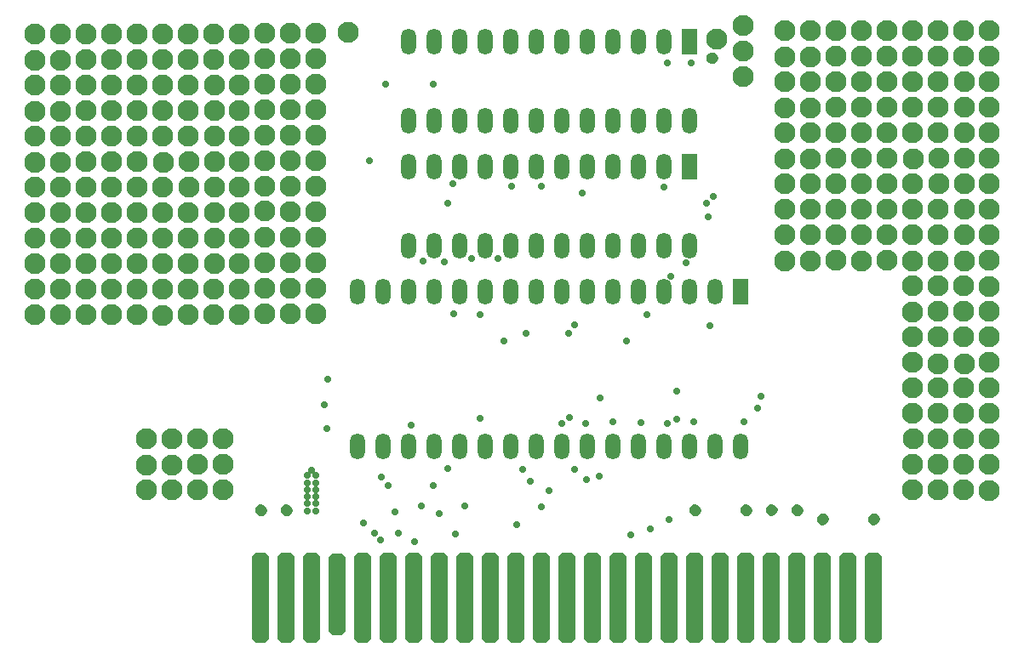
<source format=gts>
G04*
G04 #@! TF.GenerationSoftware,Altium Limited,Altium Designer,19.0.7 (175)*
G04*
G04 Layer_Color=8388736*
%FSLAX25Y25*%
%MOIN*%
G70*
G01*
G75*
%ADD12C,0.02362*%
%ADD13R,0.00787X0.00787*%
%ADD14R,0.00787X0.00787*%
G04:AMPARAMS|DCode=15|XSize=69.94mil|YSize=318.94mil|CornerRadius=0mil|HoleSize=0mil|Usage=FLASHONLY|Rotation=0.000|XOffset=0mil|YOffset=0mil|HoleType=Round|Shape=Octagon|*
%AMOCTAGOND15*
4,1,8,-0.01748,0.15947,0.01748,0.15947,0.03497,0.14198,0.03497,-0.14198,0.01748,-0.15947,-0.01748,-0.15947,-0.03497,-0.14198,-0.03497,0.14198,-0.01748,0.15947,0.0*
%
%ADD15OCTAGOND15*%

G04:AMPARAMS|DCode=16|XSize=69.94mil|YSize=353.94mil|CornerRadius=0mil|HoleSize=0mil|Usage=FLASHONLY|Rotation=0.000|XOffset=0mil|YOffset=0mil|HoleType=Round|Shape=Octagon|*
%AMOCTAGOND16*
4,1,8,-0.01748,0.17697,0.01748,0.17697,0.03497,0.15948,0.03497,-0.15948,0.01748,-0.17697,-0.01748,-0.17697,-0.03497,-0.15948,-0.03497,0.15948,-0.01748,0.17697,0.0*
%
%ADD16OCTAGOND16*%

%ADD17C,0.08268*%
%ADD18R,0.05906X0.10236*%
%ADD19O,0.05906X0.10236*%
%ADD20C,0.02756*%
D12*
X273481Y-19291D02*
X273037Y-18368D01*
X272037Y-18140D01*
X271236Y-18779D01*
Y-19804D01*
X272037Y-20443D01*
X273037Y-20215D01*
X273481Y-19291D01*
X106850Y-196555D02*
X106406Y-195632D01*
X105406Y-195404D01*
X104605Y-196043D01*
Y-197068D01*
X105406Y-197707D01*
X106406Y-197478D01*
X106850Y-196555D01*
X96850D02*
X96406Y-195632D01*
X95407Y-195404D01*
X94605Y-196043D01*
Y-197068D01*
X95407Y-197707D01*
X96406Y-197478D01*
X96850Y-196555D01*
X266850D02*
X266406Y-195632D01*
X265406Y-195404D01*
X264605Y-196043D01*
Y-197068D01*
X265406Y-197707D01*
X266406Y-197478D01*
X266850Y-196555D01*
X336850Y-200000D02*
X336406Y-199077D01*
X335406Y-198848D01*
X334605Y-199487D01*
Y-200513D01*
X335406Y-201151D01*
X336406Y-200923D01*
X336850Y-200000D01*
X306850Y-196555D02*
X306406Y-195632D01*
X305406Y-195404D01*
X304605Y-196043D01*
Y-197068D01*
X305406Y-197707D01*
X306406Y-197478D01*
X306850Y-196555D01*
X286850D02*
X286406Y-195632D01*
X285406Y-195404D01*
X284605Y-196043D01*
Y-197068D01*
X285406Y-197707D01*
X286406Y-197478D01*
X286850Y-196555D01*
X296850Y-196457D02*
X296406Y-195533D01*
X295407Y-195305D01*
X294605Y-195944D01*
Y-196969D01*
X295407Y-197608D01*
X296406Y-197380D01*
X296850Y-196457D01*
X316850Y-200000D02*
X316406Y-199077D01*
X315406Y-198848D01*
X314605Y-199487D01*
Y-200513D01*
X315406Y-201151D01*
X316406Y-200923D01*
X316850Y-200000D01*
D13*
X273777Y-19291D02*
D03*
X107146Y-196555D02*
D03*
D14*
X95669Y-198031D02*
D03*
X265669D02*
D03*
X335669Y-198524D02*
D03*
X305669Y-198031D02*
D03*
X285669Y-195079D02*
D03*
X295669Y-194980D02*
D03*
X315669Y-201476D02*
D03*
D15*
X125669Y-229602D02*
D03*
D16*
X255669Y-231102D02*
D03*
X145669D02*
D03*
X215669D02*
D03*
X275669D02*
D03*
X205669D02*
D03*
X265669D02*
D03*
X225669D02*
D03*
X195669D02*
D03*
X175669D02*
D03*
X185669D02*
D03*
X235669D02*
D03*
X285669D02*
D03*
X155669D02*
D03*
X245669D02*
D03*
X165669D02*
D03*
X305669D02*
D03*
X295669D02*
D03*
X335669D02*
D03*
X325669D02*
D03*
X315669D02*
D03*
X135669D02*
D03*
X105669D02*
D03*
X95669D02*
D03*
X115669D02*
D03*
D17*
X351024Y-128740D02*
D03*
X361024D02*
D03*
X371024D02*
D03*
X381024D02*
D03*
Y-138679D02*
D03*
X371198Y-139205D02*
D03*
X361024Y-139142D02*
D03*
X351024Y-138679D02*
D03*
X381024Y-148723D02*
D03*
X371024Y-148740D02*
D03*
X361024Y-148723D02*
D03*
X351024Y-148740D02*
D03*
Y-108740D02*
D03*
X361024D02*
D03*
X371024D02*
D03*
X381024Y-108858D02*
D03*
Y-118740D02*
D03*
X371024D02*
D03*
X361024D02*
D03*
X351024Y-119045D02*
D03*
X130091Y-9449D02*
D03*
X284646Y-26772D02*
D03*
X274157Y-11811D02*
D03*
X284646Y-16535D02*
D03*
Y-6693D02*
D03*
X97244Y-9528D02*
D03*
X107244D02*
D03*
X117244D02*
D03*
Y-19464D02*
D03*
X107244Y-19523D02*
D03*
X97244D02*
D03*
Y-39528D02*
D03*
X107418Y-39521D02*
D03*
X117244Y-39528D02*
D03*
Y-29528D02*
D03*
X107418D02*
D03*
X97244D02*
D03*
X97418Y-69528D02*
D03*
X107418D02*
D03*
X117244D02*
D03*
Y-79528D02*
D03*
X107418Y-79521D02*
D03*
X97244Y-79456D02*
D03*
X97418Y-59464D02*
D03*
X107418Y-59528D02*
D03*
X117244D02*
D03*
Y-49528D02*
D03*
X107418D02*
D03*
X97244Y-49575D02*
D03*
Y-109528D02*
D03*
X107244D02*
D03*
X117244Y-109646D02*
D03*
Y-119528D02*
D03*
X107244D02*
D03*
X97244D02*
D03*
Y-99606D02*
D03*
X107418D02*
D03*
X117244Y-99528D02*
D03*
Y-89507D02*
D03*
X107418Y-89528D02*
D03*
X97244Y-89507D02*
D03*
X7323Y-9921D02*
D03*
X17323D02*
D03*
X27323D02*
D03*
X37323D02*
D03*
X47323D02*
D03*
Y-19921D02*
D03*
X37323D02*
D03*
X27323Y-19858D02*
D03*
X17323Y-20183D02*
D03*
X7323D02*
D03*
Y-40211D02*
D03*
X17323Y-40187D02*
D03*
X27323Y-39850D02*
D03*
X37323Y-39915D02*
D03*
X47323Y-39921D02*
D03*
Y-29921D02*
D03*
X37323D02*
D03*
X27323D02*
D03*
X17323D02*
D03*
X7323D02*
D03*
Y-69921D02*
D03*
X17323D02*
D03*
X27323D02*
D03*
X37323D02*
D03*
X47323D02*
D03*
Y-79921D02*
D03*
X37323Y-79915D02*
D03*
X27323Y-79850D02*
D03*
X17323Y-79921D02*
D03*
X7323D02*
D03*
Y-60183D02*
D03*
X17323D02*
D03*
X27323Y-59858D02*
D03*
X37323Y-59921D02*
D03*
X47323D02*
D03*
Y-49921D02*
D03*
X37323D02*
D03*
X27323D02*
D03*
X17323D02*
D03*
X7323D02*
D03*
Y-110039D02*
D03*
X17323Y-109921D02*
D03*
X27323D02*
D03*
X37323D02*
D03*
X47323D02*
D03*
Y-119921D02*
D03*
X37281D02*
D03*
X27323D02*
D03*
X17323D02*
D03*
X7323D02*
D03*
Y-100000D02*
D03*
X17323D02*
D03*
X27282Y-99921D02*
D03*
X37281Y-100000D02*
D03*
X47323Y-99921D02*
D03*
Y-89901D02*
D03*
X37281Y-89921D02*
D03*
X27323Y-89901D02*
D03*
X17323Y-89921D02*
D03*
X7323D02*
D03*
X57323D02*
D03*
X67323Y-89901D02*
D03*
X77497Y-89921D02*
D03*
X87323Y-89901D02*
D03*
Y-99921D02*
D03*
X77497Y-100000D02*
D03*
X67323D02*
D03*
X57323D02*
D03*
Y-120226D02*
D03*
X67323Y-119921D02*
D03*
X77323D02*
D03*
X87323D02*
D03*
Y-110039D02*
D03*
X77323Y-109921D02*
D03*
X67323D02*
D03*
X57323D02*
D03*
Y-49969D02*
D03*
X67323D02*
D03*
X77497Y-49921D02*
D03*
X87323D02*
D03*
Y-59921D02*
D03*
X77497D02*
D03*
X67497Y-59858D02*
D03*
X57497Y-60183D02*
D03*
X57323Y-79915D02*
D03*
X67323Y-79850D02*
D03*
X77497Y-79915D02*
D03*
X87323Y-79921D02*
D03*
Y-69921D02*
D03*
X77497D02*
D03*
X67497D02*
D03*
X57323D02*
D03*
Y-29921D02*
D03*
X67323D02*
D03*
X77497D02*
D03*
X87323D02*
D03*
Y-39921D02*
D03*
X77497Y-39915D02*
D03*
X67323Y-39921D02*
D03*
X57323D02*
D03*
Y-19917D02*
D03*
X67323D02*
D03*
X77323D02*
D03*
X87323Y-19858D02*
D03*
Y-9921D02*
D03*
X77323D02*
D03*
X67323D02*
D03*
X57323Y-9843D02*
D03*
X51085Y-168740D02*
D03*
X61085D02*
D03*
X71085D02*
D03*
X81085D02*
D03*
Y-178740D02*
D03*
X71085Y-178677D02*
D03*
X61085Y-179002D02*
D03*
X51085D02*
D03*
X81085Y-188740D02*
D03*
X71085D02*
D03*
X61085D02*
D03*
X51085D02*
D03*
X351024Y-158661D02*
D03*
X361024Y-158740D02*
D03*
X371024Y-158661D02*
D03*
X381024D02*
D03*
X351024Y-188740D02*
D03*
X361024D02*
D03*
X371024D02*
D03*
X381024Y-188798D02*
D03*
X351024Y-178740D02*
D03*
X361024D02*
D03*
X371024D02*
D03*
X381024D02*
D03*
Y-168665D02*
D03*
X371024D02*
D03*
X361024Y-168740D02*
D03*
X351451Y-168665D02*
D03*
X351024Y-8661D02*
D03*
X361024Y-8740D02*
D03*
X371024D02*
D03*
X381024D02*
D03*
Y-18677D02*
D03*
X371024Y-18736D02*
D03*
X361024D02*
D03*
X351024D02*
D03*
Y-38740D02*
D03*
X361024D02*
D03*
X371198Y-38734D02*
D03*
X381024Y-38740D02*
D03*
Y-28740D02*
D03*
X371198D02*
D03*
X361024D02*
D03*
X351024D02*
D03*
Y-68740D02*
D03*
X361198D02*
D03*
X371198D02*
D03*
X381024D02*
D03*
Y-78740D02*
D03*
X371198Y-78734D02*
D03*
X361024Y-78669D02*
D03*
X351024Y-78734D02*
D03*
X351198Y-59002D02*
D03*
X361198Y-58677D02*
D03*
X371198Y-58740D02*
D03*
X381024D02*
D03*
Y-48740D02*
D03*
X371198D02*
D03*
X361024Y-48788D02*
D03*
X351024D02*
D03*
Y-98819D02*
D03*
X361024D02*
D03*
X371198D02*
D03*
X381024Y-98740D02*
D03*
Y-88720D02*
D03*
X371198Y-88740D02*
D03*
X361024Y-88720D02*
D03*
X351024Y-88740D02*
D03*
X301024D02*
D03*
X311024D02*
D03*
X321024Y-88720D02*
D03*
X330982Y-88740D02*
D03*
X341024Y-88720D02*
D03*
Y-98740D02*
D03*
X330982Y-98819D02*
D03*
X320983Y-98740D02*
D03*
X311024Y-98819D02*
D03*
X301024D02*
D03*
Y-48740D02*
D03*
X311024D02*
D03*
X321024D02*
D03*
X331024D02*
D03*
X341024D02*
D03*
Y-58740D02*
D03*
X331024D02*
D03*
X321024Y-58677D02*
D03*
X311024Y-59002D02*
D03*
X301024D02*
D03*
Y-78740D02*
D03*
X311024D02*
D03*
X321024Y-78669D02*
D03*
X331024Y-78734D02*
D03*
X341024Y-78740D02*
D03*
Y-68740D02*
D03*
X331024D02*
D03*
X321024D02*
D03*
X311024D02*
D03*
X301024D02*
D03*
Y-28740D02*
D03*
X311024D02*
D03*
X321024D02*
D03*
X331024D02*
D03*
X341024D02*
D03*
Y-38740D02*
D03*
X331024Y-38734D02*
D03*
X321024Y-38669D02*
D03*
X311024Y-39006D02*
D03*
X301024Y-39030D02*
D03*
Y-19002D02*
D03*
X311024D02*
D03*
X321024Y-18677D02*
D03*
X331024Y-18740D02*
D03*
X341024D02*
D03*
Y-8740D02*
D03*
X331024D02*
D03*
X321024D02*
D03*
X311024D02*
D03*
X301024D02*
D03*
D18*
X263543Y-61811D02*
D03*
X283543Y-111024D02*
D03*
X263543Y-12992D02*
D03*
D19*
X253543Y-61811D02*
D03*
X243543D02*
D03*
X233543D02*
D03*
X223543D02*
D03*
X213543D02*
D03*
X203543D02*
D03*
X193543D02*
D03*
X183543D02*
D03*
X173543D02*
D03*
X163543D02*
D03*
X153543D02*
D03*
X263543Y-92913D02*
D03*
X253543D02*
D03*
X243543D02*
D03*
X233543D02*
D03*
X223543D02*
D03*
X213543D02*
D03*
X203543D02*
D03*
X193543D02*
D03*
X183543D02*
D03*
X173543D02*
D03*
X163543D02*
D03*
X153543D02*
D03*
X273543Y-111024D02*
D03*
X263543D02*
D03*
X253543D02*
D03*
X243543D02*
D03*
X233543D02*
D03*
X223543D02*
D03*
X213543D02*
D03*
X203543D02*
D03*
X193543D02*
D03*
X183543D02*
D03*
X173543D02*
D03*
X163543D02*
D03*
X153543D02*
D03*
X143543D02*
D03*
X133543D02*
D03*
X283543Y-171653D02*
D03*
X273543D02*
D03*
X263543D02*
D03*
X253543D02*
D03*
X243543D02*
D03*
X233543D02*
D03*
X223543D02*
D03*
X213543D02*
D03*
X203543D02*
D03*
X193543D02*
D03*
X183543D02*
D03*
X173543D02*
D03*
X163543D02*
D03*
X153543D02*
D03*
X143543D02*
D03*
X133543D02*
D03*
X253543Y-12992D02*
D03*
X243543D02*
D03*
X233543D02*
D03*
X223543D02*
D03*
X213543D02*
D03*
X203543D02*
D03*
X193543D02*
D03*
X183543D02*
D03*
X173543D02*
D03*
X163543D02*
D03*
X153543D02*
D03*
X263543Y-44094D02*
D03*
X253543D02*
D03*
X243543D02*
D03*
X233543D02*
D03*
X223543D02*
D03*
X213543D02*
D03*
X203543D02*
D03*
X193543D02*
D03*
X183543D02*
D03*
X173543D02*
D03*
X163543D02*
D03*
X153543D02*
D03*
D20*
X264173Y-21260D02*
D03*
X265417Y-161811D02*
D03*
X285118D02*
D03*
X270168Y-76144D02*
D03*
X273090Y-73782D02*
D03*
X270962Y-81496D02*
D03*
X271654Y-124409D02*
D03*
X290158Y-156693D02*
D03*
X291779Y-151969D02*
D03*
X121653Y-164559D02*
D03*
X121847Y-145276D02*
D03*
X120472Y-155317D02*
D03*
X256299Y-105119D02*
D03*
X262205Y-99606D02*
D03*
X221654Y-72441D02*
D03*
X194095Y-69685D02*
D03*
X205669D02*
D03*
X253543Y-70079D02*
D03*
X244488Y-162205D02*
D03*
X246850Y-120079D02*
D03*
X190945Y-130315D02*
D03*
X171260Y-119685D02*
D03*
X181496Y-120079D02*
D03*
X238976Y-130315D02*
D03*
X255118Y-21260D02*
D03*
X170866Y-68740D02*
D03*
X168898Y-76378D02*
D03*
X154724Y-163386D02*
D03*
X199606Y-127166D02*
D03*
X216141D02*
D03*
X216535Y-160236D02*
D03*
X144488Y-29528D02*
D03*
X163386D02*
D03*
X138189Y-59646D02*
D03*
X114136Y-196850D02*
D03*
X208661Y-188976D02*
D03*
X117323Y-185827D02*
D03*
X201181Y-185433D02*
D03*
X115669Y-181102D02*
D03*
X135827Y-201575D02*
D03*
X205669Y-195433D02*
D03*
X223228Y-184646D02*
D03*
X218504Y-180709D02*
D03*
X114136Y-183071D02*
D03*
X196063Y-202362D02*
D03*
X117323Y-188583D02*
D03*
X222835Y-162598D02*
D03*
X240551Y-206299D02*
D03*
X258661Y-161024D02*
D03*
X248425Y-203937D02*
D03*
X114136Y-185827D02*
D03*
X145669Y-187008D02*
D03*
X155905Y-209055D02*
D03*
X255512Y-200394D02*
D03*
X114136Y-188583D02*
D03*
X181496Y-160630D02*
D03*
X142520Y-208268D02*
D03*
X175669Y-194961D02*
D03*
X149606Y-205512D02*
D03*
X117323Y-183071D02*
D03*
X114136Y-191339D02*
D03*
X172047Y-205906D02*
D03*
X117323Y-191339D02*
D03*
Y-196850D02*
D03*
X255118Y-162598D02*
D03*
X114136Y-194095D02*
D03*
X117323D02*
D03*
X165669Y-198110D02*
D03*
X258661Y-150000D02*
D03*
X159449Y-98819D02*
D03*
X140157Y-205512D02*
D03*
X142913Y-183465D02*
D03*
X218504Y-124016D02*
D03*
X167618Y-99213D02*
D03*
X188583Y-98032D02*
D03*
X178347D02*
D03*
X163386Y-187008D02*
D03*
X158661Y-194882D02*
D03*
X168898Y-180315D02*
D03*
X148425Y-197244D02*
D03*
X233543Y-161811D02*
D03*
X213543Y-162598D02*
D03*
X228740Y-152756D02*
D03*
X228346Y-183446D02*
D03*
X198425Y-180709D02*
D03*
M02*

</source>
